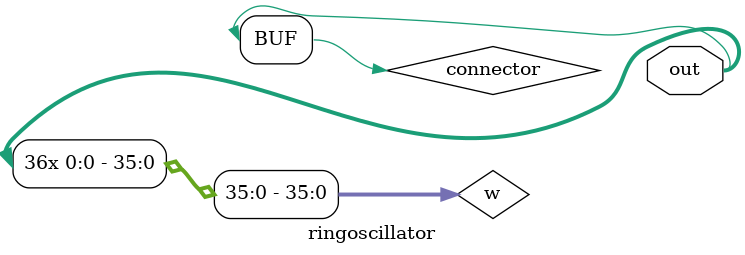
<source format=v>
`timescale 1ns / 1ps

module ringoscillator(out);

output out;

(* KEEP = "TRUE" *)(* S = "TRUE" *) wire connector;
(* KEEP = "TRUE" *)(* S = "TRUE" *) wire [36:0] w;

not inputGate(w[0], connector);

// generate inverters
genvar i;

generate
	for(i = 0; i < 35; i = i + 1) 
	begin : GATELOOP
		not gate(w[i+1], w[i]);
		if(i+1 == 35)
			not endGate(connector, w[i+1]);	
	end	
endgenerate

/*
invertergate inputGate(.in(connector),  .out(w[0]));

nandgate inv1(.i1(stop),    .i2(w[0]),  .out(w[1]));
invertergate inv2(			.in(w[1]),  .out(w[2]));
nandgate inv3(.i1(stop),    .i2(w[2]),  .out(w[3]));
invertergate inv4(			.in(w[3]),  .out(w[4]));
nandgate inv5(.i1(stop),    .i2(w[4]),  .out(w[5]));
invertergate inv6(			.in(w[5]),  .out(w[6]));
nandgate inv7(.i1(stop), 	.i2(w[6]),  .out(w[7]));
invertergate inv8(			.in(w[7]),  .out(w[8]));
nandgate inv9(.i1(stop),    .i2(w[8]),  .out(w[9]));
invertergate inv10(			.in(w[9]),  .out(w[10]));
nandgate inv11(.i1(stop), 	.i2(w[10]), .out(w[11]));
invertergate inv12(			.in(w[11]), .out(w[12]));
nandgate inv13(.i1(stop),   .i2(w[12]), .out(w[13]));
invertergate inv14(			.in(w[13]), .out(w[14]));
nandgate inv15(.i1(stop), 	.i2(w[14]), .out(w[15]));
invertergate inv16(			.in(w[15]), .out(w[16]));
nandgate inv17(.i1(stop), 	.i2(w[16]), .out(w[17]));
invertergate inv18(			.in(w[17]), .out(w[18]));
nandgate inv19(.i1(stop), 	.i2(w[18]), .out(w[19]));
invertergate inv20(			.in(w[19]), .out(w[20]));
nandgate inv21(.i1(stop), 	.i2(w[20]), .out(w[21]));
invertergate inv22(			.in(w[21]), .out(w[22]));
nandgate inv23(.i1(stop), 	.i2(w[22]), .out(w[23]));
invertergate inv24(			.in(w[23]), .out(w[24]));
nandgate inv25(.i1(stop), 	.i2(w[24]), .out(w[25]));
invertergate inv26(			.in(w[25]), .out(w[26]));
nandgate inv27(.i1(stop), 	.i2(w[26]), .out(w[27]));
invertergate inv28(			.in(w[27]), .out(w[28]));
nandgate inv29(.i1(stop), 	.i2(w[28]), .out(w[29]));
invertergate inv30(			.in(w[29]), .out(w[30]));
nandgate inv31(.i1(stop), 	.i2(w[30]), .out(w[31]));
invertergate inv32(			.in(w[31]), .out(w[32]));
nandgate inv33(.i1(stop), 	.i2(w[32]), .out(w[33]));
invertergate inv34(			.in(w[33]), .out(w[34]));
nandgate inv35(.i1(stop), 	.i2(w[34]), .out(w[35]));
invertergate inv36(			.in(w[35]), .out(w[36]));
nandgate inv37(.i1(stop), 	.i2(w[36]), .out(finalWire));

nandgate	finalGate(.i1(stop),	.i2(finalWire), .out(connector));
*/

assign out = connector;

endmodule

</source>
